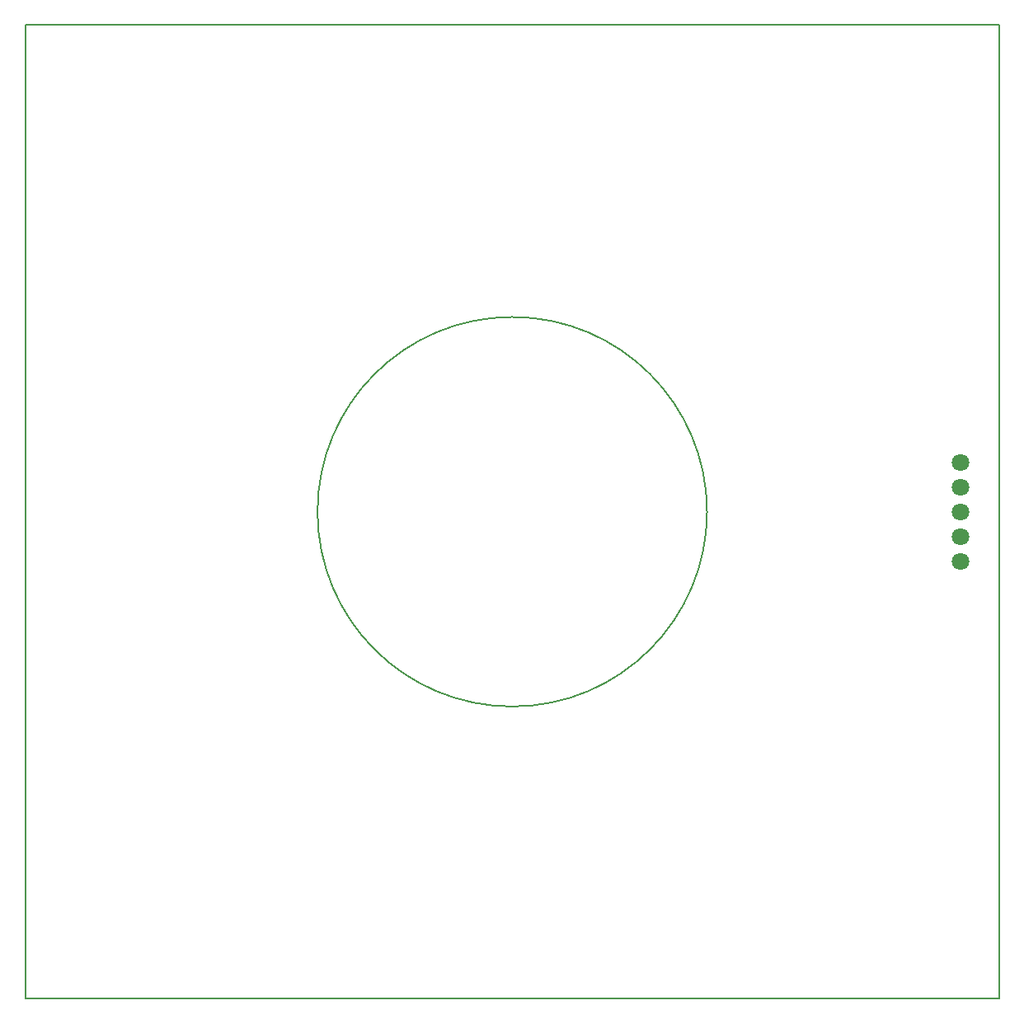
<source format=gbr>
G04 #@! TF.GenerationSoftware,KiCad,Pcbnew,6.0.0-rc1-unknown-1a22918~65~ubuntu16.04.1*
G04 #@! TF.CreationDate,2019-08-07T16:55:44+03:00*
G04 #@! TF.ProjectId,ModelBasePCB,4D6F64656C426173655043422E6B6963,rev?*
G04 #@! TF.SameCoordinates,Original*
G04 #@! TF.FileFunction,Copper,L2,Bot,Signal*
G04 #@! TF.FilePolarity,Positive*
%FSLAX46Y46*%
G04 Gerber Fmt 4.6, Leading zero omitted, Abs format (unit mm)*
G04 Created by KiCad (PCBNEW 6.0.0-rc1-unknown-1a22918~65~ubuntu16.04.1) date Wed Aug  7 16:55:44 2019*
%MOMM*%
%LPD*%
G01*
G04 APERTURE LIST*
G04 #@! TA.AperFunction,NonConductor*
%ADD10C,0.200000*%
G04 #@! TD*
G04 #@! TA.AperFunction,ComponentPad*
%ADD11C,1.800000*%
G04 #@! TD*
G04 APERTURE END LIST*
D10*
X120000000Y-80000000D02*
G75*
G03X120000000Y-80000000I-20000000J0D01*
G01*
X50000000Y-130000000D02*
X50000000Y-30000000D01*
X150000000Y-130000000D02*
X50000000Y-130000000D01*
X150000000Y-30000000D02*
X150000000Y-130000000D01*
X50000000Y-30000000D02*
X150000000Y-30000000D01*
D11*
G04 #@! TO.P,J2,5*
G04 #@! TO.N,/SIG*
X146000000Y-85080000D03*
G04 #@! TO.P,J2,4*
G04 #@! TO.N,/5V*
X146000000Y-82540000D03*
G04 #@! TO.P,J2,3*
G04 #@! TO.N,/GND*
X146000000Y-80000000D03*
G04 #@! TO.P,J2,2*
X146000000Y-77460000D03*
G04 #@! TO.P,J2,1*
G04 #@! TO.N,/12V*
X146000000Y-74920000D03*
G04 #@! TD*
M02*

</source>
